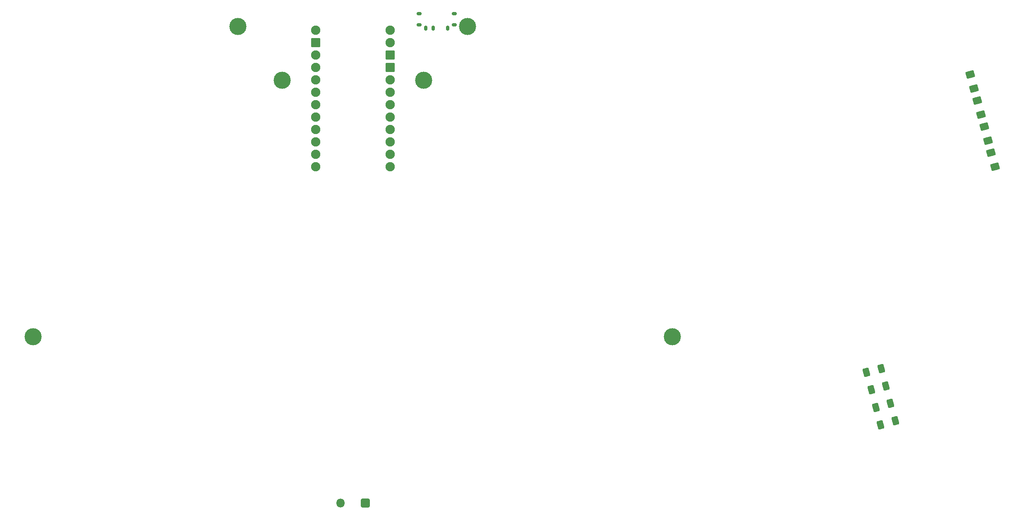
<source format=gbr>
%TF.GenerationSoftware,KiCad,Pcbnew,9.0.4*%
%TF.CreationDate,2025-08-25T00:44:22+03:00*%
%TF.ProjectId,MOKETA,4d4f4b45-5441-42e6-9b69-6361645f7063,rev?*%
%TF.SameCoordinates,Original*%
%TF.FileFunction,Paste,Top*%
%TF.FilePolarity,Positive*%
%FSLAX46Y46*%
G04 Gerber Fmt 4.6, Leading zero omitted, Abs format (unit mm)*
G04 Created by KiCad (PCBNEW 9.0.4) date 2025-08-25 00:44:22*
%MOMM*%
%LPD*%
G01*
G04 APERTURE LIST*
G04 Aperture macros list*
%AMRoundRect*
0 Rectangle with rounded corners*
0 $1 Rounding radius*
0 $2 $3 $4 $5 $6 $7 $8 $9 X,Y pos of 4 corners*
0 Add a 4 corners polygon primitive as box body*
4,1,4,$2,$3,$4,$5,$6,$7,$8,$9,$2,$3,0*
0 Add four circle primitives for the rounded corners*
1,1,$1+$1,$2,$3*
1,1,$1+$1,$4,$5*
1,1,$1+$1,$6,$7*
1,1,$1+$1,$8,$9*
0 Add four rect primitives between the rounded corners*
20,1,$1+$1,$2,$3,$4,$5,0*
20,1,$1+$1,$4,$5,$6,$7,0*
20,1,$1+$1,$6,$7,$8,$9,0*
20,1,$1+$1,$8,$9,$2,$3,0*%
G04 Aperture macros list end*
%ADD10O,1.900000X1.900000*%
%ADD11RoundRect,0.250000X-0.700000X-0.700000X0.700000X-0.700000X0.700000X0.700000X-0.700000X0.700000X0*%
%ADD12C,3.500000*%
%ADD13RoundRect,0.200000X0.784645X-0.320334X0.519355X0.669740X-0.784645X0.320334X-0.519355X-0.669740X0*%
%ADD14RoundRect,0.200000X-0.259964X-0.768469X0.609369X-0.535531X0.259964X0.768469X-0.609369X0.535531X0*%
%ADD15RoundRect,0.200000X-0.300000X-0.100000X0.300000X-0.100000X0.300000X0.100000X-0.300000X0.100000X0*%
%ADD16RoundRect,0.200000X0.100000X-0.300000X0.100000X0.300000X-0.100000X0.300000X-0.100000X-0.300000X0*%
%ADD17O,1.800000X1.800000*%
%ADD18RoundRect,0.250000X0.650000X-0.650000X0.650000X0.650000X-0.650000X0.650000X-0.650000X-0.650000X0*%
G04 APERTURE END LIST*
D10*
%TO.C,U1*%
X210828193Y-95657847D03*
X210828193Y-98197847D03*
D11*
X210828193Y-100737847D03*
X210828193Y-103277847D03*
D10*
X210828193Y-105817847D03*
X210828193Y-108357847D03*
X210828193Y-110897847D03*
X210828193Y-113437847D03*
X210828193Y-115977847D03*
X210828193Y-118517847D03*
X210828193Y-121057847D03*
X210828193Y-123597847D03*
X195588193Y-123597847D03*
X195588193Y-121057847D03*
X195588193Y-118517847D03*
X195588193Y-115977847D03*
X195588193Y-113437847D03*
X195588193Y-110897847D03*
X195588193Y-108357847D03*
X195588193Y-105817847D03*
X195588193Y-103277847D03*
X195588193Y-100737847D03*
D11*
X195588193Y-98197847D03*
D10*
X195588193Y-95657847D03*
%TD*%
D12*
%TO.C,MH*%
X179721380Y-94865123D03*
%TD*%
D13*
%TO.C,D45*%
X333167737Y-118227128D03*
X332397751Y-115353498D03*
%TD*%
D14*
%TO.C,R2*%
X309287473Y-169242239D03*
X312281843Y-168439899D03*
%TD*%
D12*
%TO.C,MH*%
X268622596Y-158376602D03*
%TD*%
D15*
%TO.C,SW44*%
X216795730Y-92272125D03*
X216795730Y-94508125D03*
X223995730Y-92272125D03*
X223995730Y-94508125D03*
D16*
X222645730Y-95215125D03*
X219645730Y-95215125D03*
X218145730Y-95215125D03*
%TD*%
D13*
%TO.C,D46*%
X334591239Y-123539717D03*
X333821253Y-120666087D03*
%TD*%
D12*
%TO.C,MH*%
X188721372Y-105849998D03*
%TD*%
D14*
%TO.C,R4*%
X311202733Y-176390091D03*
X314197103Y-175587751D03*
%TD*%
D12*
%TO.C,MH*%
X137748870Y-158376599D03*
%TD*%
D13*
%TO.C,D44*%
X331744232Y-112914534D03*
X330974246Y-110040904D03*
%TD*%
D14*
%TO.C,R3*%
X310245103Y-172816168D03*
X313239473Y-172013828D03*
%TD*%
D12*
%TO.C,MH*%
X226670082Y-94865120D03*
%TD*%
D17*
%TO.C,J1*%
X200655733Y-192450000D03*
D18*
X205735733Y-192450000D03*
%TD*%
D14*
%TO.C,R1*%
X308329842Y-165668317D03*
X311324212Y-164865977D03*
%TD*%
D13*
%TO.C,D43*%
X330320727Y-107601943D03*
X329550741Y-104728313D03*
%TD*%
D12*
%TO.C,MH*%
X217670090Y-105880245D03*
%TD*%
M02*

</source>
